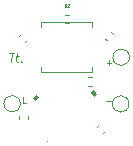
<source format=gto>
G04 #@! TF.GenerationSoftware,KiCad,Pcbnew,(5.1.7)-1*
G04 #@! TF.CreationDate,2021-10-31T20:58:24-07:00*
G04 #@! TF.ProjectId,tiny_trollerV2,74696e79-5f74-4726-9f6c-6c657256322e,rev?*
G04 #@! TF.SameCoordinates,Original*
G04 #@! TF.FileFunction,Legend,Top*
G04 #@! TF.FilePolarity,Positive*
%FSLAX46Y46*%
G04 Gerber Fmt 4.6, Leading zero omitted, Abs format (unit mm)*
G04 Created by KiCad (PCBNEW (5.1.7)-1) date 2021-10-31 20:58:24*
%MOMM*%
%LPD*%
G01*
G04 APERTURE LIST*
%ADD10C,0.100000*%
%ADD11C,0.120000*%
%ADD12C,0.050000*%
G04 APERTURE END LIST*
D10*
X158302633Y-102899285D02*
X158731205Y-102899285D01*
X158423169Y-103649285D02*
X158516919Y-102899285D01*
X158842812Y-103149285D02*
X159128526Y-103149285D01*
X158981205Y-102899285D02*
X158900848Y-103542142D01*
X158927633Y-103613571D01*
X158994598Y-103649285D01*
X159066026Y-103649285D01*
X159324955Y-103577857D02*
X159356205Y-103613571D01*
X159316026Y-103649285D01*
X159284776Y-103613571D01*
X159324955Y-103577857D01*
X159316026Y-103649285D01*
X166573223Y-103693114D02*
X166954176Y-103693114D01*
X166763700Y-103883590D02*
X166763700Y-103502638D01*
X166509723Y-106945714D02*
X166890676Y-106945714D01*
X159742961Y-107083990D02*
X159504866Y-107083990D01*
X159504866Y-106583990D01*
D11*
X161577346Y-110346393D02*
G75*
G03*
X161577346Y-110346393I-50000J0D01*
G01*
D10*
G36*
X160282307Y-106666438D02*
G01*
X160551715Y-106397030D01*
X160731320Y-106576635D01*
X160461912Y-106846043D01*
X160282307Y-106666438D01*
G37*
X160282307Y-106666438D02*
X160551715Y-106397030D01*
X160731320Y-106576635D01*
X160461912Y-106846043D01*
X160282307Y-106666438D01*
G36*
X165467866Y-106492221D02*
G01*
X165647471Y-106312616D01*
X165378063Y-106043208D01*
X165198458Y-106222813D01*
X165467866Y-106492221D01*
G37*
X165467866Y-106492221D02*
X165647471Y-106312616D01*
X165378063Y-106043208D01*
X165198458Y-106222813D01*
X165467866Y-106492221D01*
X162668900Y-104889300D02*
G75*
G03*
X162668900Y-104889300I-50000J0D01*
G01*
D11*
X161020901Y-104482800D02*
X165274901Y-104482800D01*
X165274901Y-104482800D02*
X165274901Y-104041340D01*
X165274901Y-100228800D02*
X161020901Y-100228800D01*
X161020901Y-100228800D02*
X161020901Y-100670260D01*
X161020901Y-104041340D02*
X161020901Y-104482800D01*
X165274901Y-100670260D02*
X165274901Y-100228800D01*
X159634936Y-101925265D02*
X159784755Y-101770123D01*
X159117011Y-101425111D02*
X159266830Y-101269969D01*
X167050865Y-101285711D02*
X166895723Y-101135892D01*
X166550711Y-101803636D02*
X166395569Y-101653817D01*
X168479700Y-103238300D02*
G75*
G03*
X168479700Y-103238300I-700000J0D01*
G01*
X168441600Y-107188000D02*
G75*
G03*
X168441600Y-107188000I-700000J0D01*
G01*
X159246800Y-107175300D02*
G75*
G03*
X159246800Y-107175300I-700000J0D01*
G01*
X165315141Y-105701100D02*
X165007859Y-105701100D01*
X165315141Y-104941100D02*
X165007859Y-104941100D01*
X166421410Y-109512607D02*
X166268907Y-109665110D01*
X165912293Y-109003490D02*
X165759790Y-109155993D01*
X163026659Y-100379800D02*
X163333941Y-100379800D01*
X163026659Y-99619800D02*
X163333941Y-99619800D01*
X159139300Y-108223164D02*
X159139300Y-108438836D01*
X159859300Y-108223164D02*
X159859300Y-108438836D01*
D12*
X163138633Y-98942895D02*
X163055300Y-98823847D01*
X162995776Y-98942895D02*
X162995776Y-98692895D01*
X163091014Y-98692895D01*
X163114823Y-98704800D01*
X163126728Y-98716704D01*
X163138633Y-98740514D01*
X163138633Y-98776228D01*
X163126728Y-98800038D01*
X163114823Y-98811942D01*
X163091014Y-98823847D01*
X162995776Y-98823847D01*
X163233871Y-98716704D02*
X163245776Y-98704800D01*
X163269585Y-98692895D01*
X163329109Y-98692895D01*
X163352919Y-98704800D01*
X163364823Y-98716704D01*
X163376728Y-98740514D01*
X163376728Y-98764323D01*
X163364823Y-98800038D01*
X163221966Y-98942895D01*
X163376728Y-98942895D01*
M02*

</source>
